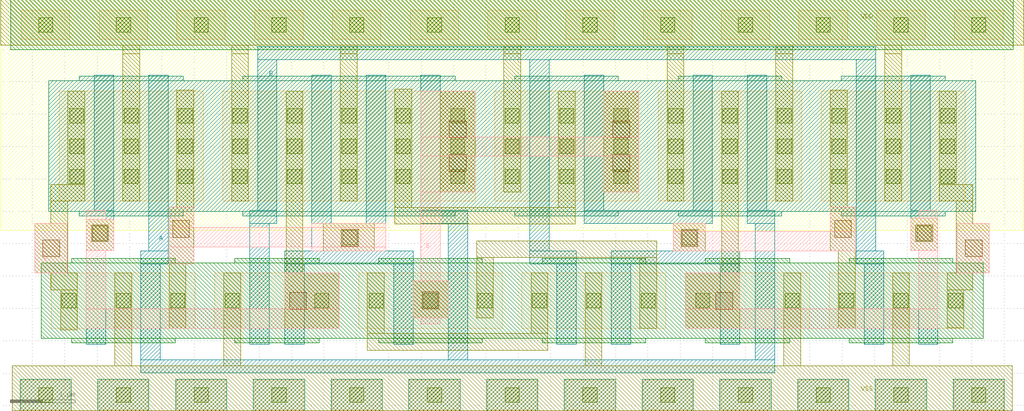
<source format=lef>
  X é 
    2é 
    2 LIB  >A7KÆ§ð9D¸/ ZT é 
    2é 
    2 gf180mcu_gp9t3v3__comp2_1         ,ÿÿ ÿÿ mÿÿAÄ mÿÿAÄ ÿÿ           ,ÿÿ
 ÿÿ
 Íÿÿô Íÿÿô ÿÿ
           ,ÿÿ¶ ÿÿ¶ Íÿÿ¤ Íÿÿ¤ ÿÿ¶           ,ÿÿf ÿÿf ÍÿÿT ÍÿÿT ÿÿf           ,ÿÿ ÿÿ Íÿÿ Íÿÿ ÿÿ           ,ÿÿÆ ÿÿÆ Íÿÿ´ Íÿÿ´ ÿÿÆ           ,ÿÿ!v ÿÿ!v Íÿÿ$d Íÿÿ$d ÿÿ!v           ,ÿÿ&& ÿÿ&& Íÿÿ) Íÿÿ) ÿÿ&&           ,ÿÿ*Ö ÿÿ*Ö Íÿÿ-Ä Íÿÿ-Ä ÿÿ*Ö           ,ÿÿ/ ÿÿ/ Íÿÿ2t Íÿÿ2t ÿÿ/           ,ÿÿ46 ÿÿ46 Íÿÿ7$ Íÿÿ7$ ÿÿ46           ,ÿÿ8æ ÿÿ8æ Íÿÿ;Ô Íÿÿ;Ô ÿÿ8æ           ,ÿÿ Gÿÿ ëÿÿK ëÿÿK Gÿÿ G          ,ÿÿw Gÿÿw ëÿÿ ³ ëÿÿ ³ Gÿÿw G          ,ÿÿ!ß Gÿÿ!ß ëÿÿ* ëÿÿ* Gÿÿ!ß G          ,ÿÿ+· Gÿÿ+· ëÿÿ4c ëÿÿ4c Gÿÿ+· G          ,ÿÿ5 Gÿÿ5 ëÿÿ>; ëÿÿ>; Gÿÿ5 G          ,ÿÿ'  ÿÿ' ñÿÿÓ ñÿÿÓ  ÿÿ'            ,ÿÿÿ  ÿÿÿ ñÿÿ ñÿÿ  ÿÿÿ            ,ÿÿ«  ÿÿ« ñÿÿ"W ñÿÿ"W  ÿÿ«            ,ÿÿ#  ÿÿ# ñÿÿ,/ ñÿÿ,/  ÿÿ#            ,ÿÿ-[  ÿÿ-[ ñÿÿ4Û ñÿÿ4Û  ÿÿ-[            ,ÿÿ6  ÿÿ6 ñÿÿ>³ ñÿÿ>³  ÿÿ6            ,ÿÿ
  û³ÿÿ
  ýuÿÿô  ýuÿÿô  û³ÿÿ
  û³          ,ÿÿ¶  û³ÿÿ¶  ýuÿÿ¤  ýuÿÿ¤  û³ÿÿ¶  û³          ,ÿÿf  û³ÿÿf  ýuÿÿT  ýuÿÿT  û³ÿÿf  û³          ,ÿÿ  û³ÿÿ  ýuÿÿ  ýuÿÿ  û³ÿÿ  û³          ,ÿÿÆ  û³ÿÿÆ  ýuÿÿ´  ýuÿÿ´  û³ÿÿÆ  û³          ,ÿÿ!v  û³ÿÿ!v  ýuÿÿ$d  ýuÿÿ$d  û³ÿÿ!v  û³          ,ÿÿ&&  û³ÿÿ&&  ýuÿÿ)  ýuÿÿ)  û³ÿÿ&&  û³          ,ÿÿ*Ö  û³ÿÿ*Ö  ýuÿÿ-Ä  ýuÿÿ-Ä  û³ÿÿ*Ö  û³          ,ÿÿ/  û³ÿÿ/  ýuÿÿ2t  ýuÿÿ2t  û³ÿÿ/  û³          ,ÿÿ46  û³ÿÿ46  ýuÿÿ7$  ýuÿÿ7$  û³ÿÿ46  û³          ,ÿÿ8æ  û³ÿÿ8æ  ýuÿÿ;Ô  ýuÿÿ;Ô  û³ÿÿ8æ  û³          ,ÿÿ
  û³ÿÿ
  ýuÿÿô  ýuÿÿô  û³ÿÿ
  û³          ,ÿÿV  û³ÿÿV  ýuÿÿD  ýuÿÿD  û³ÿÿV  û³          ,ÿÿV  û³ÿÿV  ýuÿÿD  ýuÿÿD  û³ÿÿV  û³          ,ÿÿ=  û³ÿÿ=  ýuÿÿ@  ýuÿÿ@  û³ÿÿ=  û³          ,ÿÿ=  û³ÿÿ=  ýuÿÿ@  ýuÿÿ@  û³ÿÿ=  û³          ,ÿÿV ÿÿV ÍÿÿD ÍÿÿD ÿÿV           ,ÿÿ= ÿÿ= Íÿÿ@ Íÿÿ@ ÿÿ=           ,ÿÿ
 ÿÿ
 Íÿÿô Íÿÿô ÿÿ
           ,ÿÿ
 ÿÿ
 Íÿÿô Íÿÿô ÿÿ
           ,ÿÿ= ÿÿ= Íÿÿ@ Íÿÿ@ ÿÿ=           ,ÿÿV ÿÿV ÍÿÿD ÍÿÿD ÿÿV           ,ÿÿ=  û³ÿÿ=  ýuÿÿ@  ýuÿÿ@  û³ÿÿ=  û³          ,ÿÿ=  û³ÿÿ=  ýuÿÿ@  ýuÿÿ@  û³ÿÿ=  û³          ,ÿÿV  û³ÿÿV  ýuÿÿD  ýuÿÿD  û³ÿÿV  û³          ,ÿÿV  û³ÿÿV  ýuÿÿD  ýuÿÿD  û³ÿÿV  û³          ,ÿÿ
  û³ÿÿ
  ýuÿÿô  ýuÿÿô  û³ÿÿ
  û³          ,ÿÿ8æ  û³ÿÿ8æ  ýuÿÿ;Ô  ýuÿÿ;Ô  û³ÿÿ8æ  û³          ,ÿÿ46  û³ÿÿ46  ýuÿÿ7$  ýuÿÿ7$  û³ÿÿ46  û³          ,ÿÿ/  û³ÿÿ/  ýuÿÿ2t  ýuÿÿ2t  û³ÿÿ/  û³          ,ÿÿ*Ö  û³ÿÿ*Ö  ýuÿÿ-Ä  ýuÿÿ-Ä  û³ÿÿ*Ö  û³          ,ÿÿ&&  û³ÿÿ&&  ýuÿÿ)  ýuÿÿ)  û³ÿÿ&&  û³          ,ÿÿ!v  û³ÿÿ!v  ýuÿÿ$d  ýuÿÿ$d  û³ÿÿ!v  û³          ,ÿÿÆ  û³ÿÿÆ  ýuÿÿ´  ýuÿÿ´  û³ÿÿÆ  û³          ,ÿÿ  û³ÿÿ  ýuÿÿ  ýuÿÿ  û³ÿÿ  û³          ,ÿÿf  û³ÿÿf  ýuÿÿT  ýuÿÿT  û³ÿÿf  û³          ,ÿÿ¶  û³ÿÿ¶  ýuÿÿ¤  ýuÿÿ¤  û³ÿÿ¶  û³          ,ÿÿ
  û³ÿÿ
  ýuÿÿô  ýuÿÿô  û³ÿÿ
  û³          ,ÿÿ6  ÿÿ6 ñÿÿ>³ ñÿÿ>³  ÿÿ6            ,ÿÿ-[  ÿÿ-[ ñÿÿ4Û ñÿÿ4Û  ÿÿ-[            ,ÿÿ#  ÿÿ# ñÿÿ,/ ñÿÿ,/  ÿÿ#            ,ÿÿ«  ÿÿ« ñÿÿ"W ñÿÿ"W  ÿÿ«            ,ÿÿÿ  ÿÿÿ ñÿÿ ñÿÿ  ÿÿÿ            ,ÿÿ'  ÿÿ' ñÿÿÓ ñÿÿÓ  ÿÿ'            ,ÿÿ5 Gÿÿ5 ëÿÿ>; ëÿÿ>; Gÿÿ5 G          ,ÿÿ+· Gÿÿ+· ëÿÿ4c ëÿÿ4c Gÿÿ+· G          ,ÿÿ!ß Gÿÿ!ß ëÿÿ* ëÿÿ* Gÿÿ!ß G          ,ÿÿw Gÿÿw ëÿÿ ³ ëÿÿ ³ Gÿÿw G          ,ÿÿ Gÿÿ ëÿÿK ëÿÿK Gÿÿ G          ,ÿÿ8æ ÿÿ8æ Íÿÿ;Ô Íÿÿ;Ô ÿÿ8æ           ,ÿÿ46 ÿÿ46 Íÿÿ7$ Íÿÿ7$ ÿÿ46           ,ÿÿ/ ÿÿ/ Íÿÿ2t Íÿÿ2t ÿÿ/           ,ÿÿ*Ö ÿÿ*Ö Íÿÿ-Ä Íÿÿ-Ä ÿÿ*Ö           ,ÿÿ&& ÿÿ&& Íÿÿ) Íÿÿ) ÿÿ&&           ,ÿÿ!v ÿÿ!v Íÿÿ$d Íÿÿ$d ÿÿ!v           ,ÿÿÆ ÿÿÆ Íÿÿ´ Íÿÿ´ ÿÿÆ           ,ÿÿ ÿÿ Íÿÿ Íÿÿ ÿÿ           ,ÿÿf ÿÿf ÍÿÿT ÍÿÿT ÿÿf           ,ÿÿ¶ ÿÿ¶ Íÿÿ¤ Íÿÿ¤ ÿÿ¶           ,ÿÿ
 ÿÿ
 Íÿÿô Íÿÿô ÿÿ
            ,ÿÿ¶ kÿÿ¶ mÿÿA$ mÿÿA$ kÿÿ¶ k           ,ÿÿ] ÿÿ] ×ÿÿ ×ÿÿ ÿÿ]            ,ÿÿ5 ÿÿ5 ×ÿÿI ×ÿÿI ÿÿ5            ,ÿÿá ÿÿá ×ÿÿ!! ×ÿÿ!! ÿÿá            ,ÿÿ$¹ ÿÿ$¹ ×ÿÿ*ù ×ÿÿ*ù ÿÿ$¹            ,ÿÿ. ÿÿ. ×ÿÿ3¥ ×ÿÿ3¥ ÿÿ.            ,ÿÿ7= ÿÿ7= ×ÿÿ=} ×ÿÿ=} ÿÿ7=            ,ÿÿ  ÿÿÿÿ ÿÿ?S ÿÿ?S  ÿÿÿÿ  ÿÿ           ,ÿÿ]  ÿ¹ÿÿ]  ÿÿÿÿ  ÿÿÿÿ  ÿ¹ÿÿ]  ÿ¹           ,ÿÿ5  ÿ¹ÿÿ5  ÿÿÿÿI  ÿÿÿÿI  ÿ¹ÿÿ5  ÿ¹           ,ÿÿá  ÿ¹ÿÿá  ÿÿÿÿ!!  ÿÿÿÿ!!  ÿ¹ÿÿá  ÿ¹           ,ÿÿ$¹  ÿ¹ÿÿ$¹  ÿÿÿÿ*ù  ÿÿÿÿ*ù  ÿ¹ÿÿ$¹  ÿ¹           ,ÿÿ.  ÿ¹ÿÿ.  ÿÿÿÿ3¥  ÿÿÿÿ3¥  ÿ¹ÿÿ.  ÿ¹           ,ÿÿ7=  ÿ¹ÿÿ7=  ÿÿÿÿ=}  ÿÿÿÿ=}  ÿ¹ÿÿ7=  ÿ¹           ,ÿÿ7=  ÿ¹ÿÿ7=  ÿÿÿÿ=}  ÿÿÿÿ=}  ÿ¹ÿÿ7=  ÿ¹           ,ÿÿ.  ÿ¹ÿÿ.  ÿÿÿÿ3¥  ÿÿÿÿ3¥  ÿ¹ÿÿ.  ÿ¹           ,ÿÿ$¹  ÿ¹ÿÿ$¹  ÿÿÿÿ*ù  ÿÿÿÿ*ù  ÿ¹ÿÿ$¹  ÿ¹           ,ÿÿá  ÿ¹ÿÿá  ÿÿÿÿ!!  ÿÿÿÿ!!  ÿ¹ÿÿá  ÿ¹           ,ÿÿ5  ÿ¹ÿÿ5  ÿÿÿÿI  ÿÿÿÿI  ÿ¹ÿÿ5  ÿ¹           ,ÿÿ]  ÿ¹ÿÿ]  ÿÿÿÿ  ÿÿÿÿ  ÿ¹ÿÿ]  ÿ¹           ,ÿÿ  ÿÿÿÿ ÿÿ?S ÿÿ?S  ÿÿÿÿ  ÿÿ           ,ÿÿ7= ÿÿ7= ×ÿÿ=} ×ÿÿ=} ÿÿ7=            ,ÿÿ. ÿÿ. ×ÿÿ3¥ ×ÿÿ3¥ ÿÿ.            ,ÿÿ$¹ ÿÿ$¹ ×ÿÿ*ù ×ÿÿ*ù ÿÿ$¹            ,ÿÿá ÿÿá ×ÿÿ!! ×ÿÿ!! ÿÿá            ,ÿÿ5 ÿÿ5 ×ÿÿI ×ÿÿI ÿÿ5            ,ÿÿ] ÿÿ] ×ÿÿ ×ÿÿ ÿÿ]           ,ÿÿÕ ÿÿÕ Ñÿÿ Ñÿÿ ÿÿÕ           ,ÿÿ­ ÿÿ­ Ñÿÿ} Ñÿÿ} ÿÿ­           ,ÿÿ# ÿÿ# Ñÿÿ)U Ñÿÿ)U ÿÿ#           ,ÿÿ,í ÿÿ,í Ñÿÿ3- Ñÿÿ3- ÿÿ,í           ,ÿÿ6Å ÿÿ6Å Ñÿÿ= Ñÿÿ= ÿÿ6Å           ,ÿÿÿ §ÿÿÿ ÿÿ>Û ÿÿ>Û §ÿÿÿ §          ,ÿÿÕ aÿÿÕ §ÿÿ §ÿÿ aÿÿÕ a          ,ÿÿ­ aÿÿ­ §ÿÿ} §ÿÿ} aÿÿ­ a          ,ÿÿ# aÿÿ# §ÿÿ)U §ÿÿ)U aÿÿ# a          ,ÿÿ,í aÿÿ,í §ÿÿ3- §ÿÿ3- aÿÿ,í a          ,ÿÿ6Å aÿÿ6Å §ÿÿ= §ÿÿ= aÿÿ6Å a          ,ÿÿB  ûÿÿB  ýÿÿX  ýÿÿX  ûÿÿB  û          ,ÿÿ	ò  ûÿÿ	ò  ýÿÿ  ýÿÿ  ûÿÿ	ò  û          ,ÿÿ8Ò  ûÿÿ8Ò  ýÿÿ;è  ýÿÿ;è  ûÿÿ8Ò  û          ,ÿÿ4"  ûÿÿ4"  ýÿÿ78  ýÿÿ78  ûÿÿ4"  û          ,ÿÿ/r  ûÿÿ/r  ýÿÿ2  ýÿÿ2  ûÿÿ/r  û          ,ÿÿ*Â  ûÿÿ*Â  ýÿÿ-Ø  ýÿÿ-Ø  ûÿÿ*Â  û          ,ÿÿ&  ûÿÿ&  ýÿÿ)(  ýÿÿ)(  ûÿÿ&  û          ,ÿÿ!b  ûÿÿ!b  ýÿÿ$x  ýÿÿ$x  ûÿÿ!b  û          ,ÿÿ²  ûÿÿ²  ýÿÿÈ  ýÿÿÈ  ûÿÿ²  û          ,ÿÿ  ûÿÿ  ýÿÿ  ýÿÿ  ûÿÿ  û          ,ÿÿR  ûÿÿR  ýÿÿh  ýÿÿh  ûÿÿR  û          ,ÿÿ=  ûÿÿ=  ýÿÿ@  ýÿÿ@  ûÿÿ=  û          ,ÿÿ¢  ûÿÿ¢  ýÿÿ¸  ýÿÿ¸  ûÿÿ¢  û          ,ÿÿ6Å aÿÿ6Å §ÿÿ= §ÿÿ= aÿÿ6Å a          ,ÿÿ,í aÿÿ,í §ÿÿ3- §ÿÿ3- aÿÿ,í a          ,ÿÿ# aÿÿ# §ÿÿ)U §ÿÿ)U aÿÿ# a          ,ÿÿ­ aÿÿ­ §ÿÿ} §ÿÿ} aÿÿ­ a          ,ÿÿÕ aÿÿÕ §ÿÿ §ÿÿ aÿÿÕ a          ,ÿÿÿ §ÿÿÿ ÿÿ>Û ÿÿ>Û §ÿÿÿ §          ,ÿÿ6Å ÿÿ6Å Ñÿÿ= Ñÿÿ= ÿÿ6Å           ,ÿÿ,í ÿÿ,í Ñÿÿ3- Ñÿÿ3- ÿÿ,í           ,ÿÿ# ÿÿ# Ñÿÿ)U Ñÿÿ)U ÿÿ#           ,ÿÿ­ ÿÿ­ Ñÿÿ} Ñÿÿ} ÿÿ­           ,ÿÿÕ ÿÿÕ Ñÿÿ Ñÿÿ ÿÿÕ           ,ÿÿ Õÿÿ ÿÿ8× ÿÿ8× Õÿÿ Õ          ,ÿÿ	» »ÿÿ	» åÿÿ
ç åÿÿ
ç »ÿÿ	» »          ,ÿÿ	C Oÿÿ	C »ÿÿ
ç »ÿÿ
ç Oÿÿ	C O          ,ÿÿ	C  ÿ¥ÿÿ	C Oÿÿ
o Oÿÿ
o  ÿ¥ÿÿ	C  ÿ¥          ,ÿÿ Eÿÿ åÿÿ/ åÿÿ/ Eÿÿ E          ,ÿÿ »ÿÿ Õÿÿ¿ Õÿÿ¿ »ÿÿ »          ,ÿÿ }ÿÿ Eÿÿ/ Eÿÿ/ }ÿÿ }          ,ÿÿ óÿÿ »ÿÿ¿ »ÿÿ¿ óÿÿ ó          ,ÿÿ  þµÿÿ }ÿÿ· }ÿÿ·  þµÿÿ  þµ          ,ÿÿ  ÿ¥ÿÿ óÿÿG óÿÿG  ÿ¥ÿÿ  ÿ¥          ,ÿÿÛ îÿÿÛ åÿÿ åÿÿ îÿÿÛ î          ,ÿÿ# îÿÿ# åÿÿO åÿÿO îÿÿ# î          ,ÿÿk »ÿÿk åÿÿ åÿÿ »ÿÿk »          ,ÿÿk óÿÿk »ÿÿ ; »ÿÿ ; óÿÿk ó          ,ÿÿÛ EÿÿÛ îÿÿO îÿÿO EÿÿÛ E          ,ÿÿ7 }ÿÿ7 Eÿÿó Eÿÿó }ÿÿ7 }          ,ÿÿ7  ÿ¥ÿÿ7 }ÿÿc }ÿÿc  ÿ¥ÿÿ7  ÿ¥          ,ÿÿÇ  ÿ¥ÿÿÇ }ÿÿó }ÿÿó  ÿ¥ÿÿÇ  ÿ¥          ,ÿÿ  þµÿÿ óÿÿ ; óÿÿ ;  þµÿÿ  þµ          ,ÿÿ#û Eÿÿ#û Õÿÿ%' Õÿÿ%' Eÿÿ#û E          ,ÿÿ'C »ÿÿ'C åÿÿ(o åÿÿ(o »ÿÿ'C »          ,ÿÿ-Ó »ÿÿ-Ó åÿÿ.ÿ åÿÿ.ÿ »ÿÿ-Ó »          ,ÿÿ'C óÿÿ'C »ÿÿ.ÿ »ÿÿ.ÿ óÿÿ'C ó          ,ÿÿ1 »ÿÿ1 åÿÿ2G åÿÿ2G »ÿÿ1 »          ,ÿÿ1 óÿÿ1 »ÿÿ2¿ »ÿÿ2¿ óÿÿ1 ó          ,ÿÿ,¢ Eÿÿ,¢ óÿÿ. óÿÿ. Eÿÿ,¢ E          ,ÿÿ#û }ÿÿ#û Eÿÿ&Ë Eÿÿ&Ë }ÿÿ#û }          ,ÿÿ%  ÿ¥ÿÿ% }ÿÿ&Ë }ÿÿ&Ë  ÿ¥ÿÿ%  ÿ¥          ,ÿÿ(ç }ÿÿ(ç Eÿÿ0£ Eÿÿ0£ }ÿÿ(ç }          ,ÿÿ(ç  ÿ¥ÿÿ(ç }ÿÿ* }ÿÿ*  ÿ¥ÿÿ(ç  ÿ¥          ,ÿÿ/w  ÿ¥ÿÿ/w }ÿÿ0£ }ÿÿ0£  ÿ¥ÿÿ/w  ÿ¥          ,ÿÿ1  þµÿÿ1 óÿÿ2¿ óÿÿ2¿  þµÿÿ1  þµ          ,ÿÿ7« Eÿÿ7« Õÿÿ8× Õÿÿ8× Eÿÿ7« E          ,ÿÿ:ó »ÿÿ:ó åÿÿ< åÿÿ< »ÿÿ:ó »          ,ÿÿ:ó Oÿÿ:ó »ÿÿ< »ÿÿ< Oÿÿ:ó O          ,ÿÿ7« }ÿÿ7« Eÿÿ9O Eÿÿ9O }ÿÿ7« }          ,ÿÿ8#  ÿ¥ÿÿ8# }ÿÿ9O }ÿÿ9O  ÿ¥ÿÿ8#  ÿ¥          ,ÿÿ;k  ÿ¥ÿÿ;k Oÿÿ< Oÿÿ<  ÿ¥ÿÿ;k  ÿ¥          ,ÿÿ  ýíÿÿ  þµÿÿ2¿  þµÿÿ2¿  ýíÿÿ  ýí          ,ÿÿ  ýíÿÿ  þµÿÿ2¿  þµÿÿ2¿  ýíÿÿ  ýí          ,ÿÿ;k  ÿ¥ÿÿ;k Oÿÿ< Oÿÿ<  ÿ¥ÿÿ;k  ÿ¥          ,ÿÿ8#  ÿ¥ÿÿ8# }ÿÿ9O }ÿÿ9O  ÿ¥ÿÿ8#  ÿ¥          ,ÿÿ7« }ÿÿ7« Eÿÿ9O Eÿÿ9O }ÿÿ7« }          ,ÿÿ:ó Oÿÿ:ó »ÿÿ< »ÿÿ< Oÿÿ:ó O          ,ÿÿ:ó »ÿÿ:ó åÿÿ< åÿÿ< »ÿÿ:ó »          ,ÿÿ7« Eÿÿ7« Õÿÿ8× Õÿÿ8× Eÿÿ7« E          ,ÿÿ1  þµÿÿ1 óÿÿ2¿ óÿÿ2¿  þµÿÿ1  þµ          ,ÿÿ/w  ÿ¥ÿÿ/w }ÿÿ0£ }ÿÿ0£  ÿ¥ÿÿ/w  ÿ¥          ,ÿÿ(ç  ÿ¥ÿÿ(ç }ÿÿ* }ÿÿ*  ÿ¥ÿÿ(ç  ÿ¥          ,ÿÿ(ç }ÿÿ(ç Eÿÿ0£ Eÿÿ0£ }ÿÿ(ç }          ,ÿÿ%  ÿ¥ÿÿ% }ÿÿ&Ë }ÿÿ&Ë  ÿ¥ÿÿ%  ÿ¥          ,ÿÿ#û }ÿÿ#û Eÿÿ&Ë Eÿÿ&Ë }ÿÿ#û }          ,ÿÿ,¢ Eÿÿ,¢ óÿÿ. óÿÿ. Eÿÿ,¢ E          ,ÿÿ1 óÿÿ1 »ÿÿ2¿ »ÿÿ2¿ óÿÿ1 ó          ,ÿÿ1 »ÿÿ1 åÿÿ2G åÿÿ2G »ÿÿ1 »          ,ÿÿ'C óÿÿ'C »ÿÿ.ÿ »ÿÿ.ÿ óÿÿ'C ó          ,ÿÿ-Ó »ÿÿ-Ó åÿÿ.ÿ åÿÿ.ÿ »ÿÿ-Ó »          ,ÿÿ'C »ÿÿ'C åÿÿ(o åÿÿ(o »ÿÿ'C »          ,ÿÿ#û Eÿÿ#û Õÿÿ%' Õÿÿ%' Eÿÿ#û E          ,ÿÿ  þµÿÿ óÿÿ ; óÿÿ ;  þµÿÿ  þµ          ,ÿÿÇ  ÿ¥ÿÿÇ }ÿÿó }ÿÿó  ÿ¥ÿÿÇ  ÿ¥          ,ÿÿ7  ÿ¥ÿÿ7 }ÿÿc }ÿÿc  ÿ¥ÿÿ7  ÿ¥          ,ÿÿ7 }ÿÿ7 Eÿÿó Eÿÿó }ÿÿ7 }          ,ÿÿÛ EÿÿÛ îÿÿO îÿÿO EÿÿÛ E          ,ÿÿk óÿÿk »ÿÿ ; »ÿÿ ; óÿÿk ó          ,ÿÿk »ÿÿk åÿÿ åÿÿ »ÿÿk »          ,ÿÿ# îÿÿ# åÿÿO åÿÿO îÿÿ# î          ,ÿÿÛ îÿÿÛ åÿÿ åÿÿ îÿÿÛ î          ,ÿÿ  ÿ¥ÿÿ óÿÿG óÿÿG  ÿ¥ÿÿ  ÿ¥          ,ÿÿ  þµÿÿ }ÿÿ· }ÿÿ·  þµÿÿ  þµ          ,ÿÿ óÿÿ »ÿÿ¿ »ÿÿ¿ óÿÿ ó          ,ÿÿ }ÿÿ Eÿÿ/ Eÿÿ/ }ÿÿ }          ,ÿÿ »ÿÿ Õÿÿ¿ Õÿÿ¿ »ÿÿ »          ,ÿÿ Eÿÿ åÿÿ/ åÿÿ/ Eÿÿ E          ,ÿÿ	C  ÿ¥ÿÿ	C Oÿÿ
o Oÿÿ
o  ÿ¥ÿÿ	C  ÿ¥          ,ÿÿ	C Oÿÿ	C »ÿÿ
ç »ÿÿ
ç Oÿÿ	C O          ,ÿÿ	» »ÿÿ	» åÿÿ
ç åÿÿ
ç »ÿÿ	» »          ,ÿÿ Õÿÿ ÿÿ8× ÿÿ8× Õÿÿ Õ      !    ,ÿÿ" ~ÿÿ" Zÿÿ#[ Zÿÿ#[ ~ÿÿ" ~      !    ,ÿÿ" ÿÿ" Ýÿÿ#[ Ýÿÿ#[ ÿÿ"       !    ,ÿÿ" +ÿÿ" ÿÿ#[ ÿÿ#[ +ÿÿ" +      !    ,ÿÿ" 	Uÿÿ" 
1ÿÿ#[ 
1ÿÿ#[ 	Uÿÿ" 	U      !    ,ÿÿ"  ü&ÿÿ"  ýÿÿ#[  ýÿÿ#[  ü&ÿÿ"  ü&      !    ,ÿÿ"  ü&ÿÿ"  ýÿÿ#[  ýÿÿ#[  ü&ÿÿ"  ü&      !    ,ÿÿ" 	Uÿÿ" 
1ÿÿ#[ 
1ÿÿ#[ 	Uÿÿ" 	U      !    ,ÿÿ" +ÿÿ" ÿÿ#[ ÿÿ#[ +ÿÿ" +      !    ,ÿÿ" ÿÿ" Ýÿÿ#[ Ýÿÿ#[ ÿÿ"       !    ,ÿÿ" ~ÿÿ" Zÿÿ#[ Zÿÿ#[ ~ÿÿ" ~      !    ,ÿÿ/ ÿÿ/ Ýÿÿ0{ Ýÿÿ0{ ÿÿ/       !    ,ÿÿ2ç ÿÿ2ç Ýÿÿ3Ã Ýÿÿ3Ã ÿÿ2ç       !    ,ÿÿ6/ ÿÿ6/ Ýÿÿ7 Ýÿÿ7 ÿÿ6/       !    ,ÿÿ9w ÿÿ9w Ýÿÿ:S Ýÿÿ:S ÿÿ9w       !    ,ÿÿ<¿ ÿÿ<¿ Ýÿÿ= Ýÿÿ= ÿÿ<¿       !    ,ÿÿ+ß ~ÿÿ+ß Zÿÿ,» Zÿÿ,» ~ÿÿ+ß ~      !    ,ÿÿ%Ç +ÿÿ%Ç ÿÿ&£ ÿÿ&£ +ÿÿ%Ç +      !    ,ÿÿ) +ÿÿ) ÿÿ)ë ÿÿ)ë +ÿÿ) +      !    ,ÿÿ,W +ÿÿ,W ÿÿ-3 ÿÿ-3 +ÿÿ,W +      !    ,ÿÿ/ +ÿÿ/ ÿÿ0{ ÿÿ0{ +ÿÿ/ +      !    ,ÿÿ2ç +ÿÿ2ç ÿÿ3Ã ÿÿ3Ã +ÿÿ2ç +      !    ,ÿÿ6/ +ÿÿ6/ ÿÿ7 ÿÿ7 +ÿÿ6/ +      !    ,ÿÿ9w +ÿÿ9w ÿÿ:S ÿÿ:S +ÿÿ9w +      !    ,ÿÿ<¿ +ÿÿ<¿ ÿÿ= ÿÿ= +ÿÿ<¿ +      !    ,ÿÿ0 ~ÿÿ0 Zÿÿ1k Zÿÿ1k ~ÿÿ0 ~      !    ,ÿÿ%Ç 	Uÿÿ%Ç 
1ÿÿ&£ 
1ÿÿ&£ 	Uÿÿ%Ç 	U      !    ,ÿÿ) 	Uÿÿ) 
1ÿÿ)ë 
1ÿÿ)ë 	Uÿÿ) 	U      !    ,ÿÿ,W 	Uÿÿ,W 
1ÿÿ-3 
1ÿÿ-3 	Uÿÿ,W 	U      !    ,ÿÿ/ 	Uÿÿ/ 
1ÿÿ0{ 
1ÿÿ0{ 	Uÿÿ/ 	U      !    ,ÿÿ2ç 	Uÿÿ2ç 
1ÿÿ3Ã 
1ÿÿ3Ã 	Uÿÿ2ç 	U      !    ,ÿÿ6/ 	Uÿÿ6/ 
1ÿÿ7 
1ÿÿ7 	Uÿÿ6/ 	U      !    ,ÿÿ9w 	Uÿÿ9w 
1ÿÿ:S 
1ÿÿ:S 	Uÿÿ9w 	U      !    ,ÿÿ<¿ 	Uÿÿ<¿ 
1ÿÿ= 
1ÿÿ= 	Uÿÿ<¿ 	U      !    ,ÿÿ5? ~ÿÿ5? Zÿÿ6 Zÿÿ6 ~ÿÿ5? ~      !    ,ÿÿ> ~ÿÿ> Zÿÿ?{ Zÿÿ?{ ~ÿÿ> ~      !    ,ÿÿ) 	Uÿÿ) 
1ÿÿ)ë 
1ÿÿ)ë 	Uÿÿ) 	U      !    ,ÿÿ%Ç 	Uÿÿ%Ç 
1ÿÿ&£ 
1ÿÿ&£ 	Uÿÿ%Ç 	U      !    ,ÿÿ0 ~ÿÿ0 Zÿÿ1k Zÿÿ1k ~ÿÿ0 ~      !    ,ÿÿ<¿ +ÿÿ<¿ ÿÿ= ÿÿ= +ÿÿ<¿ +      !    ,ÿÿ9w +ÿÿ9w ÿÿ:S ÿÿ:S +ÿÿ9w +      !    ,ÿÿ6/ +ÿÿ6/ ÿÿ7 ÿÿ7 +ÿÿ6/ +      !    ,ÿÿ2ç +ÿÿ2ç ÿÿ3Ã ÿÿ3Ã +ÿÿ2ç +      !    ,ÿÿ/ +ÿÿ/ ÿÿ0{ ÿÿ0{ +ÿÿ/ +      !    ,ÿÿ,W +ÿÿ,W ÿÿ-3 ÿÿ-3 +ÿÿ,W +      !    ,ÿÿ) +ÿÿ) ÿÿ)ë ÿÿ)ë +ÿÿ) +      !    ,ÿÿ%Ç +ÿÿ%Ç ÿÿ&£ ÿÿ&£ +ÿÿ%Ç +      !    ,ÿÿ+ß ~ÿÿ+ß Zÿÿ,» Zÿÿ,» ~ÿÿ+ß ~      !    ,ÿÿ<¿ ÿÿ<¿ Ýÿÿ= Ýÿÿ= ÿÿ<¿       !    ,ÿÿ9w ÿÿ9w Ýÿÿ:S Ýÿÿ:S ÿÿ9w       !    ,ÿÿ6/ ÿÿ6/ Ýÿÿ7 Ýÿÿ7 ÿÿ6/       !    ,ÿÿ2ç ÿÿ2ç Ýÿÿ3Ã Ýÿÿ3Ã ÿÿ2ç       !    ,ÿÿ/ ÿÿ/ Ýÿÿ0{ Ýÿÿ0{ ÿÿ/       !    ,ÿÿ,W ÿÿ,W Ýÿÿ-3 Ýÿÿ-3 ÿÿ,W       !    ,ÿÿ) ÿÿ) Ýÿÿ)ë Ýÿÿ)ë ÿÿ)       !    ,ÿÿ%Ç ÿÿ%Ç Ýÿÿ&£ Ýÿÿ&£ ÿÿ%Ç       !    ,ÿÿ'/ ~ÿÿ'/ Zÿÿ( Zÿÿ( ~ÿÿ'/ ~      !    ,ÿÿ9ï ~ÿÿ9ï Zÿÿ:Ë Zÿÿ:Ë ~ÿÿ9ï ~      !    ,ÿÿ9ï ~ÿÿ9ï Zÿÿ:Ë Zÿÿ:Ë ~ÿÿ9ï ~      !    ,ÿÿ'/ ~ÿÿ'/ Zÿÿ( Zÿÿ( ~ÿÿ'/ ~      !    ,ÿÿ%Ç ÿÿ%Ç Ýÿÿ&£ Ýÿÿ&£ ÿÿ%Ç       !    ,ÿÿ) ÿÿ) Ýÿÿ)ë Ýÿÿ)ë ÿÿ)       !    ,ÿÿ,W ÿÿ,W Ýÿÿ-3 Ýÿÿ-3 ÿÿ,W       !    ,ÿÿ> ~ÿÿ> Zÿÿ?{ Zÿÿ?{ ~ÿÿ> ~      !    ,ÿÿ5? ~ÿÿ5? Zÿÿ6 Zÿÿ6 ~ÿÿ5? ~      !    ,ÿÿ<¿ 	Uÿÿ<¿ 
1ÿÿ= 
1ÿÿ= 	Uÿÿ<¿ 	U      !    ,ÿÿ9w 	Uÿÿ9w 
1ÿÿ:S 
1ÿÿ:S 	Uÿÿ9w 	U      !    ,ÿÿ6/ 	Uÿÿ6/ 
1ÿÿ7 
1ÿÿ7 	Uÿÿ6/ 	U      !    ,ÿÿ2ç 	Uÿÿ2ç 
1ÿÿ3Ã 
1ÿÿ3Ã 	Uÿÿ2ç 	U      !    ,ÿÿ/ 	Uÿÿ/ 
1ÿÿ0{ 
1ÿÿ0{ 	Uÿÿ/ 	U      !    ,ÿÿ,W 	Uÿÿ,W 
1ÿÿ-3 
1ÿÿ-3 	Uÿÿ,W 	U      !    ,ÿÿ7 ÿÿ7 Ýÿÿ  Ýÿÿ  ÿÿ7       !    ,ÿÿ¿ ~ÿÿ¿ Zÿÿ Zÿÿ ~ÿÿ¿ ~      !    ,ÿÿo ~ÿÿo ZÿÿK ZÿÿK ~ÿÿo ~      !    ,ÿÿ ~ÿÿ Zÿÿû Zÿÿû ~ÿÿ ~      !    ,ÿÿÏ ~ÿÿÏ Zÿÿ« Zÿÿ« ~ÿÿÏ ~      !    ,ÿÿ ~ÿÿ Zÿÿë Zÿÿë ~ÿÿ ~      !    ,ÿÿ? 	Uÿÿ? 
1ÿÿ	 
1ÿÿ	 	Uÿÿ? 	U      !    ,ÿÿ 	Uÿÿ 
1ÿÿc 
1ÿÿc 	Uÿÿ 	U      !    ,ÿÿÏ 	UÿÿÏ 
1ÿÿ« 
1ÿÿ« 	UÿÿÏ 	U      !    ,ÿÿ 	Uÿÿ 
1ÿÿó 
1ÿÿó 	Uÿÿ 	U      !    ,ÿÿ_ 	Uÿÿ_ 
1ÿÿ; 
1ÿÿ; 	Uÿÿ_ 	U      !    ,ÿÿ§ 	Uÿÿ§ 
1ÿÿ 
1ÿÿ 	Uÿÿ§ 	U      !    ,ÿÿï 	Uÿÿï 
1ÿÿË 
1ÿÿË 	Uÿÿï 	U      !    ,ÿÿ7 	Uÿÿ7 
1ÿÿ  
1ÿÿ  	Uÿÿ7 	U      !    ,ÿÿ? ÿÿ? Ýÿÿ	 Ýÿÿ	 ÿÿ?       !    ,ÿÿ ÿÿ Ýÿÿc Ýÿÿc ÿÿ       !    ,ÿÿÏ ÿÿÏ Ýÿÿ« Ýÿÿ« ÿÿÏ       !    ,ÿÿ ÿÿ Ýÿÿó Ýÿÿó ÿÿ       !    ,ÿÿ? +ÿÿ? ÿÿ	 ÿÿ	 +ÿÿ? +      !    ,ÿÿ +ÿÿ ÿÿc ÿÿc +ÿÿ +      !    ,ÿÿÏ +ÿÿÏ ÿÿ« ÿÿ« +ÿÿÏ +      !    ,ÿÿ +ÿÿ ÿÿó ÿÿó +ÿÿ +      !    ,ÿÿ_ +ÿÿ_ ÿÿ; ÿÿ; +ÿÿ_ +      !    ,ÿÿ ~ÿÿ Zÿÿë Zÿÿë ~ÿÿ ~      !    ,ÿÿï +ÿÿï ÿÿË ÿÿË +ÿÿï +      !    ,ÿÿ_ ~ÿÿ_ Zÿÿ; Zÿÿ; ~ÿÿ_ ~      !    ,ÿÿ§ +ÿÿ§ ÿÿ ÿÿ +ÿÿ§ +      !    ,ÿÿ_ +ÿÿ_ ÿÿ; ÿÿ; +ÿÿ_ +      !    ,ÿÿ +ÿÿ ÿÿó ÿÿó +ÿÿ +      !    ,ÿÿÏ +ÿÿÏ ÿÿ« ÿÿ« +ÿÿÏ +      !    ,ÿÿ +ÿÿ ÿÿc ÿÿc +ÿÿ +      !    ,ÿÿ? +ÿÿ? ÿÿ	 ÿÿ	 +ÿÿ? +      !    ,ÿÿ ÿÿ Ýÿÿó Ýÿÿó ÿÿ       !    ,ÿÿÏ ÿÿÏ Ýÿÿ« Ýÿÿ« ÿÿÏ       !    ,ÿÿ ÿÿ Ýÿÿc Ýÿÿc ÿÿ       !    ,ÿÿ? ÿÿ? Ýÿÿ	 Ýÿÿ	 ÿÿ?       !    ,ÿÿ7 	Uÿÿ7 
1ÿÿ  
1ÿÿ  	Uÿÿ7 	U      !    ,ÿÿï 	Uÿÿï 
1ÿÿË 
1ÿÿË 	Uÿÿï 	U      !    ,ÿÿ§ 	Uÿÿ§ 
1ÿÿ 
1ÿÿ 	Uÿÿ§ 	U      !    ,ÿÿ_ 	Uÿÿ_ 
1ÿÿ; 
1ÿÿ; 	Uÿÿ_ 	U      !    ,ÿÿ 	Uÿÿ 
1ÿÿó 
1ÿÿó 	Uÿÿ 	U      !    ,ÿÿÏ 	UÿÿÏ 
1ÿÿ« 
1ÿÿ« 	UÿÿÏ 	U      !    ,ÿÿ 	Uÿÿ 
1ÿÿc 
1ÿÿc 	Uÿÿ 	U      !    ,ÿÿ? 	Uÿÿ? 
1ÿÿ	 
1ÿÿ	 	Uÿÿ? 	U      !    ,ÿÿ ~ÿÿ Zÿÿë Zÿÿë ~ÿÿ ~      !    ,ÿÿÏ ~ÿÿÏ Zÿÿ« Zÿÿ« ~ÿÿÏ ~      !    ,ÿÿ ~ÿÿ Zÿÿû Zÿÿû ~ÿÿ ~      !    ,ÿÿo ~ÿÿo ZÿÿK ZÿÿK ~ÿÿo ~      !    ,ÿÿ¿ ~ÿÿ¿ Zÿÿ Zÿÿ ~ÿÿ¿ ~      !    ,ÿÿ7 ÿÿ7 Ýÿÿ  Ýÿÿ  ÿÿ7       !    ,ÿÿï ÿÿï ÝÿÿË ÝÿÿË ÿÿï       !    ,ÿÿ§ ÿÿ§ Ýÿÿ Ýÿÿ ÿÿ§       !    ,ÿÿ_ ÿÿ_ Ýÿÿ; Ýÿÿ; ÿÿ_       !    ,ÿÿ7 +ÿÿ7 ÿÿ  ÿÿ  +ÿÿ7 +      !    ,ÿÿ§ +ÿÿ§ ÿÿ ÿÿ +ÿÿ§ +      !    ,ÿÿ_ ~ÿÿ_ Zÿÿ; Zÿÿ; ~ÿÿ_ ~      !    ,ÿÿï +ÿÿï ÿÿË ÿÿË +ÿÿï +      !    ,ÿÿ ~ÿÿ Zÿÿë Zÿÿë ~ÿÿ ~      !    ,ÿÿ7 +ÿÿ7 ÿÿ  ÿÿ  +ÿÿ7 +      !    ,ÿÿ_ ÿÿ_ Ýÿÿ; Ýÿÿ; ÿÿ_       !    ,ÿÿ§ ÿÿ§ Ýÿÿ Ýÿÿ ÿÿ§       !    ,ÿÿï ÿÿï ÝÿÿË ÝÿÿË ÿÿï       !    ,ÿÿ  ü&ÿÿ  ýÿÿë  ýÿÿë  ü&ÿÿ  ü&      !    ,ÿÿ_  ü&ÿÿ_  ýÿÿ;  ýÿÿ;  ü&ÿÿ_  ü&      !    ,ÿÿ_  ü&ÿÿ_  ýÿÿ;  ýÿÿ;  ü&ÿÿ_  ü&      !    ,ÿÿ¶ ¤ÿÿ¶ ÿÿ ÿÿ ¤ÿÿ¶ ¤      !    ,ÿÿÇ ÚÿÿÇ ¶ÿÿ£ ¶ÿÿ£ ÚÿÿÇ Ú      !    ,ÿÿ Úÿÿ ¶ÿÿë ¶ÿÿë Úÿÿ Ú      !    ,ÿÿW ÚÿÿW ¶ÿÿ3 ¶ÿÿ3 ÚÿÿW Ú      !    ,ÿÿ Úÿÿ ¶ÿÿ{ ¶ÿÿ{ Úÿÿ Ú      !    ,ÿÿ Úÿÿ ¶ÿÿß ¶ÿÿß Úÿÿ Ú      !    ,ÿÿK ÚÿÿK ¶ÿÿ' ¶ÿÿ' ÚÿÿK Ú      !    ,ÿÿ Úÿÿ ¶ÿÿo ¶ÿÿo Úÿÿ Ú      !    ,ÿÿ Û Úÿÿ Û ¶ÿÿ!· ¶ÿÿ!· Úÿÿ Û Ú      !    ,ÿÿ  ü&ÿÿ  ýÿÿë  ýÿÿë  ü&ÿÿ  ü&      !    ,ÿÿ¿  ü&ÿÿ¿  ýÿÿ  ýÿÿ  ü&ÿÿ¿  ü&      !    ,ÿÿo  ü&ÿÿo  ýÿÿK  ýÿÿK  ü&ÿÿo  ü&      !    ,ÿÿ Úÿÿ ¶ÿÿë ¶ÿÿë Úÿÿ Ú      !    ,ÿÿÇ ÚÿÿÇ ¶ÿÿ£ ¶ÿÿ£ ÚÿÿÇ Ú      !    ,ÿÿ¶ ¤ÿÿ¶ ÿÿ ÿÿ ¤ÿÿ¶ ¤      !    ,ÿÿ_  ü&ÿÿ_  ýÿÿ;  ýÿÿ;  ü&ÿÿ_  ü&      !    ,ÿÿ_  ü&ÿÿ_  ýÿÿ;  ýÿÿ;  ü&ÿÿ_  ü&      !    ,ÿÿ  ü&ÿÿ  ýÿÿë  ýÿÿë  ü&ÿÿ  ü&      !    ,ÿÿ	§ êÿÿ	§ Æÿÿ
 Æÿÿ
 êÿÿ	§ ê      !    ,ÿÿÏ  ü&ÿÿÏ  ýÿÿ«  ýÿÿ«  ü&ÿÿÏ  ü&      !    ,ÿÿ  ü&ÿÿ  ýÿÿû  ýÿÿû  ü&ÿÿ  ü&      !    ,ÿÿo  ü&ÿÿo  ýÿÿK  ýÿÿK  ü&ÿÿo  ü&      !    ,ÿÿ¿  ü&ÿÿ¿  ýÿÿ  ýÿÿ  ü&ÿÿ¿  ü&      !    ,ÿÿ  ü&ÿÿ  ýÿÿë  ýÿÿë  ü&ÿÿ  ü&      !    ,ÿÿ Û Úÿÿ Û ¶ÿÿ!· ¶ÿÿ!· Úÿÿ Û Ú      !    ,ÿÿ Úÿÿ ¶ÿÿo ¶ÿÿo Úÿÿ Ú      !    ,ÿÿK ÚÿÿK ¶ÿÿ' ¶ÿÿ' ÚÿÿK Ú      !    ,ÿÿ Úÿÿ ¶ÿÿß ¶ÿÿß Úÿÿ Ú      !    ,ÿÿ Úÿÿ ¶ÿÿ{ ¶ÿÿ{ Úÿÿ Ú      !    ,ÿÿW ÚÿÿW ¶ÿÿ3 ¶ÿÿ3 ÚÿÿW Ú      !    ,ÿÿ  ü&ÿÿ  ýÿÿû  ýÿÿû  ü&ÿÿ  ü&      !    ,ÿÿÏ  ü&ÿÿÏ  ýÿÿ«  ýÿÿ«  ü&ÿÿÏ  ü&      !    ,ÿÿ	§ êÿÿ	§ Æÿÿ
 Æÿÿ
 êÿÿ	§ ê      !    ,ÿÿ6§ Úÿÿ6§ ¶ÿÿ7 ¶ÿÿ7 Úÿÿ6§ Ú      !    ,ÿÿ3_ Úÿÿ3_ ¶ÿÿ4; ¶ÿÿ4; Úÿÿ3_ Ú      !    ,ÿÿ9ï  ü&ÿÿ9ï  ýÿÿ:Ë  ýÿÿ:Ë  ü&ÿÿ9ï  ü&      !    ,ÿÿ5?  ü&ÿÿ5?  ýÿÿ6  ýÿÿ6  ü&ÿÿ5?  ü&      !    ,ÿÿ0  ü&ÿÿ0  ýÿÿ1k  ýÿÿ1k  ü&ÿÿ0  ü&      !    ,ÿÿ+ß  ü&ÿÿ+ß  ýÿÿ,»  ýÿÿ,»  ü&ÿÿ+ß  ü&      !    ,ÿÿ'/  ü&ÿÿ'/  ýÿÿ(  ýÿÿ(  ü&ÿÿ'/  ü&      !    ,ÿÿ-û Úÿÿ-û ¶ÿÿ.× ¶ÿÿ.× Úÿÿ-û Ú      !    ,ÿÿ*³ Úÿÿ*³ ¶ÿÿ+ ¶ÿÿ+ Úÿÿ*³ Ú      !    ,ÿÿ'k Úÿÿ'k ¶ÿÿ(G ¶ÿÿ(G Úÿÿ'k Ú      !    ,ÿÿ$# Úÿÿ$# ¶ÿÿ$ÿ ¶ÿÿ$ÿ Úÿÿ$# Ú      !    ,ÿÿ6§ Úÿÿ6§ ¶ÿÿ7 ¶ÿÿ7 Úÿÿ6§ Ú      !    ,ÿÿ9ï Úÿÿ9ï ¶ÿÿ:Ë ¶ÿÿ:Ë Úÿÿ9ï Ú      !    ,ÿÿ>  ü&ÿÿ>  ýÿÿ?{  ýÿÿ?{  ü&ÿÿ>  ü&      !    ,ÿÿ>  ü&ÿÿ>  ýÿÿ?{  ýÿÿ?{  ü&ÿÿ>  ü&      !    ,ÿÿ=7 Úÿÿ=7 ¶ÿÿ> ¶ÿÿ> Úÿÿ=7 Ú      !    ,ÿÿ-. ¤ÿÿ-. ÿÿ.
 ÿÿ.
 ¤ÿÿ-. ¤      !    ,ÿÿ;W êÿÿ;W Æÿÿ<3 Æÿÿ<3 êÿÿ;W ê      !    ,ÿÿ$# Úÿÿ$# ¶ÿÿ$ÿ ¶ÿÿ$ÿ Úÿÿ$# Ú      !    ,ÿÿ'k Úÿÿ'k ¶ÿÿ(G ¶ÿÿ(G Úÿÿ'k Ú      !    ,ÿÿ*³ Úÿÿ*³ ¶ÿÿ+ ¶ÿÿ+ Úÿÿ*³ Ú      !    ,ÿÿ-û Úÿÿ-û ¶ÿÿ.× ¶ÿÿ.× Úÿÿ-û Ú      !    ,ÿÿ'/  ü&ÿÿ'/  ýÿÿ(  ýÿÿ(  ü&ÿÿ'/  ü&      !    ,ÿÿ+ß  ü&ÿÿ+ß  ýÿÿ,»  ýÿÿ,»  ü&ÿÿ+ß  ü&      !    ,ÿÿ0  ü&ÿÿ0  ýÿÿ1k  ýÿÿ1k  ü&ÿÿ0  ü&      !    ,ÿÿ5?  ü&ÿÿ5?  ýÿÿ6  ýÿÿ6  ü&ÿÿ5?  ü&      !    ,ÿÿ9ï  ü&ÿÿ9ï  ýÿÿ:Ë  ýÿÿ:Ë  ü&ÿÿ9ï  ü&      !    ,ÿÿ3_ Úÿÿ3_ ¶ÿÿ4; ¶ÿÿ4; Úÿÿ3_ Ú      !    ,ÿÿ;W êÿÿ;W Æÿÿ<3 Æÿÿ<3 êÿÿ;W ê      !    ,ÿÿ-. ¤ÿÿ-. ÿÿ.
 ÿÿ.
 ¤ÿÿ-. ¤      !    ,ÿÿ=7 Úÿÿ=7 ¶ÿÿ> ¶ÿÿ> Úÿÿ=7 Ú      !    ,ÿÿ>  ü&ÿÿ>  ýÿÿ?{  ýÿÿ?{  ü&ÿÿ>  ü&      !    ,ÿÿ>  ü&ÿÿ>  ýÿÿ?{  ýÿÿ?{  ü&ÿÿ>  ü&      !    ,ÿÿ9ï Úÿÿ9ï ¶ÿÿ:Ë ¶ÿÿ:Ë Úÿÿ9ï Ú      "    ,ÿÿ îÿÿ Gÿÿ! Gÿÿ! îÿÿ î      "    ,ÿÿK ñÿÿK ëÿÿO ëÿÿO ñÿÿK ñ      "    ,ÿÿ"k Øÿÿ"k /ÿÿ#o /ÿÿ#o Øÿÿ"k Ø      "    ,ÿÿÛ äÿÿÛ èÿÿ&· èÿÿ&· äÿÿÛ ä      "    ,ÿÿ Ç áÿÿ Ç åÿÿ+£ åÿÿ+£ áÿÿ Ç á      "    ,ÿÿ2  ÿKÿÿ2  Oÿÿ%  Oÿÿ%  ÿKÿÿ2  ÿK      "    ,ÿÿ/ ñÿÿ/ ëÿÿ0 ëÿÿ0 ñÿÿ/ ñ      "    ,ÿÿ=¯ îÿÿ=¯ Gÿÿ>³ Gÿÿ>³ îÿÿ=¯ î      "    ,ÿÿÊ  ûÿÿÊ  þ[ÿÿA  þ[ÿÿA  ûÿÿÊ  û      "    ,ÿÿ=¯ îÿÿ=¯ Gÿÿ>³ Gÿÿ>³ îÿÿ=¯ î      "    ,ÿÿ/ ñÿÿ/ ëÿÿ0 ëÿÿ0 ñÿÿ/ ñ      "    ,ÿÿ2  ÿKÿÿ2  Oÿÿ%  Oÿÿ%  ÿKÿÿ2  ÿK      "    ,ÿÿ Ç áÿÿ Ç åÿÿ+£ åÿÿ+£ áÿÿ Ç á      "    ,ÿÿÛ äÿÿÛ èÿÿ&· èÿÿ&· äÿÿÛ ä      "    ,ÿÿ"k Øÿÿ"k ±ÿÿ#o ±ÿÿ#o Øÿÿ"k Ø      "    ,ÿÿK ñÿÿK ëÿÿO ëÿÿO ñÿÿK ñ      "    ,ÿÿ îÿÿ Gÿÿ! Gÿÿ! îÿÿ î      "    ,ÿÿ ±ÿÿ mÿÿAÄ mÿÿAÄ ±ÿÿ ±      "    ,ÿÿ6 íÿÿ6 úÿÿ7 úÿÿ7 íÿÿ6 í      "    ,ÿÿ%³ èÿÿ%³ ëÿÿ&· ëÿÿ&· èÿÿ%³ è      "    ,ÿÿ%³ èÿÿ%³ ëÿÿ&· ëÿÿ&· èÿÿ%³ è      "    ,ÿÿ6 íÿÿ6 úÿÿ7 úÿÿ7 íÿÿ6 í      "    ,ÿÿÛ èÿÿÛ ÿÿß ÿÿß èÿÿÛ è      "    ,ÿÿÛ èÿÿÛ ÿÿß ÿÿß èÿÿÛ è      "    ,ÿÿ¶ íÿÿ¶ úÿÿº úÿÿº íÿÿ¶ í      "    ,ÿÿ¶ íÿÿ¶ úÿÿº úÿÿº íÿÿ¶ í      "    ,ÿÿ,C Gÿÿ,C /ÿÿ-G /ÿÿ-G Gÿÿ,C G      "    ,ÿÿ(o Øÿÿ(o ëÿÿ* ëÿÿ* Øÿÿ(o Ø      "    ,ÿÿ9c Gÿÿ9c /ÿÿ:g /ÿÿ:g Gÿÿ9c G      "    ,ÿÿ<« 	Kÿÿ<« ëÿÿ=¯ ëÿÿ=¯ 	Kÿÿ<« 	K      "    ,ÿÿ2Ó Gÿÿ2Ó /ÿÿ3× /ÿÿ3× Gÿÿ2Ó G      "    ,ÿÿ2Ó Gÿÿ2Ó ±ÿÿ3× ±ÿÿ3× Gÿÿ2Ó G      "    ,ÿÿ9c Gÿÿ9c ±ÿÿ:g ±ÿÿ:g Gÿÿ9c G      "    ,ÿÿ<« Gÿÿ<« 	Kÿÿ>³ 	Kÿÿ>³ Gÿÿ<« G      "    ,ÿÿ<« 	Kÿÿ<« ëÿÿ=¯ ëÿÿ=¯ 	Kÿÿ<« 	K      "    ,ÿÿ<« Gÿÿ<« 	Kÿÿ>³ 	Kÿÿ>³ Gÿÿ<« G      "    ,ÿÿ(o Øÿÿ(o ëÿÿ* ëÿÿ* Øÿÿ(o Ø      "    ,ÿÿ,C Gÿÿ,C ±ÿÿ-G ±ÿÿ-G Gÿÿ,C G      "    ,ÿÿ Øÿÿ ëÿÿ ³ ëÿÿ ³ Øÿÿ Ø      "    ,ÿÿ Gÿÿ /ÿÿ /ÿÿ Gÿÿ G      "    ,ÿÿ Gÿÿ ±ÿÿ ±ÿÿ Gÿÿ G      "    ,ÿÿ& 	Kÿÿ& ëÿÿ	* ëÿÿ	* 	Kÿÿ& 	K      "    ,ÿÿs Gÿÿs /ÿÿw /ÿÿw Gÿÿs G      "    ,ÿÿ Gÿÿ /ÿÿ /ÿÿ Gÿÿ G      "    ,ÿÿ Øÿÿ ëÿÿ ³ ëÿÿ ³ Øÿÿ Ø      "    ,ÿÿ Gÿÿ ±ÿÿ ±ÿÿ Gÿÿ G      "    ,ÿÿs Gÿÿs ±ÿÿw ±ÿÿw Gÿÿs G      "    ,ÿÿ Gÿÿ 	Kÿÿ	* 	Kÿÿ	* Gÿÿ G      "    ,ÿÿ& 	Kÿÿ& ëÿÿ	* ëÿÿ	* 	Kÿÿ& 	K      "    ,ÿÿ Gÿÿ 	Kÿÿ	* 	Kÿÿ	* Gÿÿ G      "    ,ÿÿ> }ÿÿ> íÿÿº íÿÿº }ÿÿ> }      "    ,ÿÿ> }ÿÿ> íÿÿº íÿÿº }ÿÿ> }      "    ,ÿÿ2  Oÿÿ2 ñÿÿ6 ñÿÿ6  Oÿÿ2  O      "    ,ÿÿ Eÿÿ îÿÿ îÿÿ Eÿÿ E      "    ,ÿÿó ?ÿÿó yÿÿ yÿÿ ?ÿÿó ?      "    ,ÿÿ Ç ?ÿÿ Ç áÿÿ!Ë áÿÿ!Ë ?ÿÿ Ç ?      "    ,ÿÿ
û  þ[ÿÿ
û ñÿÿÿ ñÿÿÿ  þ[ÿÿ
û  þ[      "    ,ÿÿ>  ÿÿ> }ÿÿB }ÿÿB  ÿÿ>        "    ,ÿÿ	C Oÿÿ	C /ÿÿ
ç /ÿÿ
ç Oÿÿ	C O      "    ,ÿÿ( ñÿÿ( îÿÿ! îÿÿ! ñÿÿ( ñ      "    ,ÿÿ Eÿÿ îÿÿ îÿÿ Eÿÿ E      "    ,ÿÿ íÿÿ ñÿÿ· ñÿÿ· íÿÿ í      "    ,ÿÿ>  ÿÿ> }ÿÿB }ÿÿB  ÿÿ>        "    ,ÿÿ
û  þ[ÿÿ
û ñÿÿÿ ñÿÿÿ  þ[ÿÿ
û  þ[      "    ,ÿÿ³  ÿÿ³ íÿÿ· íÿÿ·  ÿÿ³        "    ,ÿÿ íÿÿ ñÿÿ· ñÿÿ· íÿÿ í      "    ,ÿÿ³  ÿÿ³ íÿÿ· íÿÿ·  ÿÿ³        "    ,ÿÿ	C Oÿÿ	C /ÿÿ
ç /ÿÿ
ç Oÿÿ	C O      "    ,ÿÿ( ñÿÿ( îÿÿ! îÿÿ! ñÿÿ( ñ      "    ,ÿÿ  þ[ÿÿ ñÿÿ ñÿÿ  þ[ÿÿ  þ[      "    ,ÿÿ Ç ?ÿÿ Ç áÿÿ!Ë áÿÿ!Ë ?ÿÿ Ç ?      "    ,ÿÿó ?ÿÿó yÿÿ yÿÿ ?ÿÿó ?      "    ,ÿÿ2  Oÿÿ2 ñÿÿ6 ñÿÿ6  Oÿÿ2  O      "    ,ÿÿ7  ÿÿ7 ñÿÿ ñÿÿ  ÿÿ7        "    ,ÿÿ  þ[ÿÿ ñÿÿ ñÿÿ  þ[ÿÿ  þ[      "    ,ÿÿ7  ÿÿ7 ñÿÿ ñÿÿ  ÿÿ7        "    ,ÿÿ6 Eÿÿ6 íÿÿ7 íÿÿ7 Eÿÿ6 E      "    ,ÿÿ6 Eÿÿ6 íÿÿ7 íÿÿ7 Eÿÿ6 E      "    ,ÿÿ=¯ ñÿÿ=¯ îÿÿ?² îÿÿ?² ñÿÿ=¯ ñ      "    ,ÿÿ6  ÿÿ6 Eÿÿ7 Eÿÿ7  ÿÿ6        "    ,ÿÿ3K  þ[ÿÿ3K ñÿÿ4O ñÿÿ4O  þ[ÿÿ3K  þ[      "    ,ÿÿ-[  ÿÿ-[ ñÿÿ0£ ñÿÿ0£  ÿÿ-[        "    ,ÿÿ'R  þ[ÿÿ'R ñÿÿ(V ñÿÿ(V  þ[ÿÿ'R  þ[      "    ,ÿÿ:ó Oÿÿ:ó Hÿÿ< Hÿÿ< Oÿÿ:ó O      "    ,ÿÿ:ó Oÿÿ:ó Hÿÿ< Hÿÿ< Oÿÿ:ó O      "    ,ÿÿ*  ÿÿ* áÿÿ+£ áÿÿ+£  ÿÿ*        "    ,ÿÿ-[  ÿÿ-[ ñÿÿ0£ ñÿÿ0£  ÿÿ-[        "    ,ÿÿ3K  þ[ÿÿ3K ñÿÿ4O ñÿÿ4O  þ[ÿÿ3K  þ[      "    ,ÿÿ6  ÿÿ6 Eÿÿ7 Eÿÿ7  ÿÿ6        "    ,ÿÿ=¯ ñÿÿ=¯ îÿÿ?² îÿÿ?² ñÿÿ=¯ ñ      "    ,ÿÿ9Û  þ[ÿÿ9Û ñÿÿ:ß ñÿÿ:ß  þ[ÿÿ9Û  þ[      "    ,ÿÿ*  ÿÿ* áÿÿ+£ áÿÿ+£  ÿÿ*        "    ,ÿÿ'R  þ[ÿÿ'R ñÿÿ(V ñÿÿ(V  þ[ÿÿ'R  þ[      "    ,ÿÿ=# íÿÿ=# ñÿÿ>³ ñÿÿ>³ íÿÿ=# í      "    ,ÿÿ$  Oÿÿ$ ñÿÿ% ñÿÿ%  Oÿÿ$  O      "    ,ÿÿ=#  ¤ÿÿ=# íÿÿ>' íÿÿ>'  ¤ÿÿ=#  ¤      "    ,ÿÿ$  Oÿÿ$ ñÿÿ% ñÿÿ%  Oÿÿ$  O      "    ,ÿÿ,¢ Eÿÿ,¢ óÿÿ. óÿÿ. Eÿÿ,¢ E      "    ,ÿÿ=#  ¤ÿÿ=# íÿÿ>' íÿÿ>'  ¤ÿÿ=#  ¤      "    ,ÿÿ=# íÿÿ=# ñÿÿ>³ ñÿÿ>³ íÿÿ=# í      "    ,ÿÿ,¢ Eÿÿ,¢ óÿÿ. óÿÿ. Eÿÿ,¢ E      "    ,ÿÿ9Û  þ[ÿÿ9Û ñÿÿ:ß ñÿÿ:ß  þ[ÿÿ9Û  þ[      #    ,ÿÿ# ÿÿ# ÿÿ ' ÿÿ ' ÿÿ#       #    ,ÿÿ(û ÿÿ(û ÿÿ)ÿ ÿÿ)ÿ ÿÿ(û       #    ,ÿÿ# 
ÿÿ# ÿÿ ' ÿÿ ' 
ÿÿ# 
      #    ,ÿÿ(û 
ÿÿ(û ÿÿ)ÿ ÿÿ)ÿ 
ÿÿ(û 
      #    ,ÿÿ  ðÿÿ  ôÿÿ¤ ôÿÿ¤ ðÿÿ  ð      #    ,ÿÿ	 Öÿÿ	 Úÿÿ
 Úÿÿ
 Öÿÿ	 Ö      #    ,ÿÿu ÿÿu ÿÿy ÿÿy ÿÿu       #    ,ÿÿ¢ ÿÿ¢ ÿÿ¦ ÿÿ¦ ÿÿ¢       #    ,ÿÿ- ÿÿ- ÿÿ. ÿÿ. ÿÿ-       #    ,ÿÿ6\ ÿÿ6\ ÿÿ7` ÿÿ7` ÿÿ6\       #    ,ÿÿ;C Öÿÿ;C Úÿÿ<G Úÿÿ<G Öÿÿ;C Ö      #    ,ÿÿ>; ðÿÿ>; ôÿÿ?? ôÿÿ?? ðÿÿ>; ð      #    ,ÿÿ Áÿÿ Åÿÿ Åÿÿ Áÿÿ Á      #    ,ÿÿ Ëÿÿ Ïÿÿ Ïÿÿ Ëÿÿ Ë      #    ,ÿÿ/1 Áÿÿ/1 Åÿÿ05 Åÿÿ05 Áÿÿ/1 Á      #    ,ÿÿ/1 Áÿÿ/1 Åÿÿ05 Åÿÿ05 Áÿÿ/1 Á      #    ,ÿÿ Ëÿÿ Ïÿÿ Ïÿÿ Ëÿÿ Ë      #    ,ÿÿ Áÿÿ Åÿÿ Åÿÿ Áÿÿ Á      #    ,ÿÿ>; ðÿÿ>; ôÿÿ?? ôÿÿ?? ðÿÿ>; ð      #    ,ÿÿ;C Öÿÿ;C Úÿÿ<G Úÿÿ<G Öÿÿ;C Ö      #    ,ÿÿ6\ ÿÿ6\ ÿÿ7` ÿÿ7` ÿÿ6\       #    ,ÿÿ- ÿÿ- ÿÿ. ÿÿ. ÿÿ-       #    ,ÿÿ¢ ÿÿ¢ ÿÿ¦ ÿÿ¦ ÿÿ¢       #    ,ÿÿu ÿÿu ÿÿy ÿÿy ÿÿu       #    ,ÿÿ	 Öÿÿ	 Úÿÿ
 Úÿÿ
 Öÿÿ	 Ö      #    ,ÿÿ  ðÿÿ  ôÿÿ¤ ôÿÿ¤ ðÿÿ  ð      #    ,ÿÿ(û 
ÿÿ(û ÿÿ)ÿ ÿÿ)ÿ 
ÿÿ(û 
      #    ,ÿÿ# 
ÿÿ# ÿÿ ' ÿÿ ' 
ÿÿ# 
      #    ,ÿÿ(û ÿÿ(û ÿÿ)ÿ ÿÿ)ÿ ÿÿ(û       #    ,ÿÿ# ÿÿ# ÿÿ ' ÿÿ ' ÿÿ#       $    ,ÿÿk *ÿÿk ëÿÿ ³ ëÿÿ ³ *ÿÿk *      $    ,ÿÿ(o *ÿÿ(o ëÿÿ* ëÿÿ* *ÿÿ(o *      $    ,ÿÿk 
þÿÿk *ÿÿ* *ÿÿ* 
þÿÿk 
þ      $    ,ÿÿk Øÿÿk 
þÿÿ ³ 
þÿÿ ³ Øÿÿk Ø      $    ,ÿÿ(o Øÿÿ(o 
þÿÿ* 
þÿÿ* Øÿÿ(o Ø      $    ,ÿÿ	C /ÿÿ	C »ÿÿ
o »ÿÿ
o /ÿÿ	C /      $    ,ÿÿ( ñÿÿ( îÿÿ îÿÿ ñÿÿ( ñ      $    ,ÿÿ	C Oÿÿ	C /ÿÿ
ç /ÿÿ
ç Oÿÿ	C O      $    ,ÿÿ> ²ÿÿ> íÿÿº íÿÿº ²ÿÿ> ²      $    ,ÿÿÛ ²ÿÿÛ îÿÿO îÿÿO ²ÿÿÛ ²      $    ,ÿÿ> ÿÿ> ²ÿÿO ²ÿÿO ÿÿ>       $    ,ÿÿ	C Ëÿÿ	C Oÿÿ
o Oÿÿ
o Ëÿÿ	C Ë      $    ,ÿÿ> }ÿÿ> ÿÿº ÿÿº }ÿÿ> }      $    ,ÿÿÛ EÿÿÛ ÿÿO ÿÿO EÿÿÛ E      $    ,ÿÿ7 Ëÿÿ7 ñÿÿ ñÿÿ Ëÿÿ7 Ë      $    ,ÿÿk yÿÿk Øÿÿ Øÿÿ yÿÿk y      $    ,ÿÿ,¢ qÿÿ,¢ óÿÿ. óÿÿ. qÿÿ,¢ q      $    ,ÿÿ6 qÿÿ6 íÿÿ7 íÿÿ7 qÿÿ6 q      $    ,ÿÿ;k Hÿÿ;k »ÿÿ< »ÿÿ< Hÿÿ;k H      $    ,ÿÿ,¢ Eÿÿ,¢ qÿÿ7 qÿÿ7 Eÿÿ,¢ E      $    ,ÿÿ:ó Oÿÿ:ó Hÿÿ< Hÿÿ< Oÿÿ:ó O      $    ,ÿÿ	C  ÿÿ	C Ëÿÿ Ëÿÿ  ÿÿ	C        $    ,ÿÿó ?ÿÿó yÿÿ yÿÿ ?ÿÿó ?      $    ,ÿÿ-[ Ëÿÿ-[ ñÿÿ0£ ñÿÿ0£ Ëÿÿ-[ Ë      $    ,ÿÿ;k Ëÿÿ;k Oÿÿ< Oÿÿ< Ëÿÿ;k Ë      $    ,ÿÿ=Ã ñÿÿ=Ã îÿÿ?² îÿÿ?² ñÿÿ=Ã ñ      $    ,ÿÿk  àÿÿk ?ÿÿ ?ÿÿ  àÿÿk  à      $    ,ÿÿ-[  ÿÿ-[ Ëÿÿ< Ëÿÿ<  ÿÿ-[        $    ,ÿÿ-[  ÿÿ-[ Ëÿÿ< Ëÿÿ<  ÿÿ-[        $    ,ÿÿk  àÿÿk ?ÿÿ ?ÿÿ  àÿÿk  à      $    ,ÿÿ=Ã ñÿÿ=Ã îÿÿ?² îÿÿ?² ñÿÿ=Ã ñ      $    ,ÿÿ;k Ëÿÿ;k Oÿÿ< Oÿÿ< Ëÿÿ;k Ë      $    ,ÿÿ-[ Ëÿÿ-[ ñÿÿ0£ ñÿÿ0£ Ëÿÿ-[ Ë      $    ,ÿÿó ?ÿÿó yÿÿ yÿÿ ?ÿÿó ?      $    ,ÿÿ	C  ÿÿ	C Ëÿÿ Ëÿÿ  ÿÿ	C        $    ,ÿÿ:ó Oÿÿ:ó Hÿÿ< Hÿÿ< Oÿÿ:ó O      $    ,ÿÿ,¢ Eÿÿ,¢ qÿÿ7 qÿÿ7 Eÿÿ,¢ E      $    ,ÿÿ;k Hÿÿ;k »ÿÿ< »ÿÿ< Hÿÿ;k H      $    ,ÿÿ6 qÿÿ6 íÿÿ7 íÿÿ7 qÿÿ6 q      $    ,ÿÿ,¢ qÿÿ,¢ óÿÿ. óÿÿ. qÿÿ,¢ q      $    ,ÿÿk yÿÿk Øÿÿ Øÿÿ yÿÿk y      $    ,ÿÿ7 Ëÿÿ7 ñÿÿ ñÿÿ Ëÿÿ7 Ë      $    ,ÿÿÛ EÿÿÛ ÿÿO ÿÿO EÿÿÛ E      $    ,ÿÿ> }ÿÿ> ÿÿº ÿÿº }ÿÿ> }      $    ,ÿÿ	C Ëÿÿ	C Oÿÿ
o Oÿÿ
o Ëÿÿ	C Ë      $    ,ÿÿ> ÿÿ> ²ÿÿO ²ÿÿO ÿÿ>       $    ,ÿÿÛ ²ÿÿÛ îÿÿO îÿÿO ²ÿÿÛ ²      $    ,ÿÿ> ²ÿÿ> íÿÿº íÿÿº ²ÿÿ> ²      $    ,ÿÿ	C Oÿÿ	C /ÿÿ
ç /ÿÿ
ç Oÿÿ	C O      $    ,ÿÿ( ñÿÿ( îÿÿ îÿÿ ñÿÿ( ñ      $    ,ÿÿ	C /ÿÿ	C »ÿÿ
o »ÿÿ
o /ÿÿ	C /      $    ,ÿÿ(o Øÿÿ(o 
þÿÿ* 
þÿÿ* Øÿÿ(o Ø      $    ,ÿÿk Øÿÿk 
þÿÿ ³ 
þÿÿ ³ Øÿÿk Ø      $    ,ÿÿk 
þÿÿk *ÿÿ* *ÿÿ* 
þÿÿk 
þ      $    ,ÿÿ(o *ÿÿ(o ëÿÿ* ëÿÿ* *ÿÿ(o *      $    ,ÿÿk *ÿÿk ëÿÿ ³ ëÿÿ ³ *ÿÿk *      $  
      @Y ÿÿ   L       $  
      @Y ÿÿ¶ J E       $  
      @Y ÿÿ? x G       "  
      @Iº^5?|ð ÿÿ7ì  VDD       "  
      @Iº^5?|ð ÿÿ7ì  ü¨ VSS         
 ÿÿ ¸ A         
 ÿÿB ® B         
 ÿÿB ® B         
 ÿÿ ¸ A       
</source>
